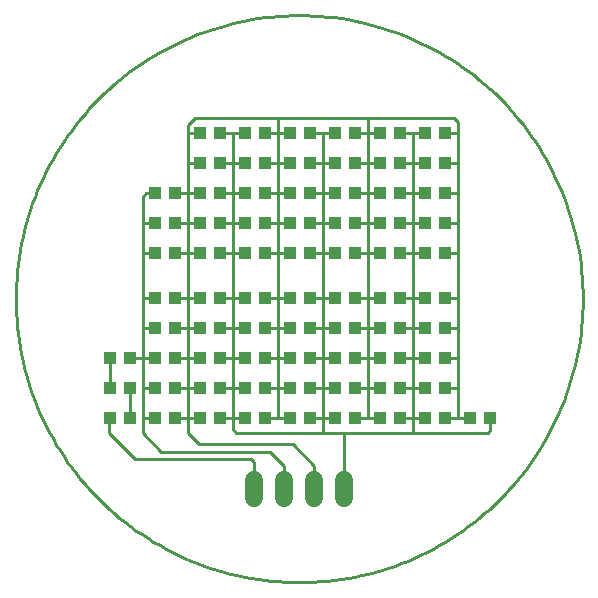
<source format=gtl>
G75*
%MOIN*%
%OFA0B0*%
%FSLAX25Y25*%
%IPPOS*%
%LPD*%
%AMOC8*
5,1,8,0,0,1.08239X$1,22.5*
%
%ADD10C,0.01000*%
%ADD11C,0.06000*%
%ADD12R,0.03937X0.04331*%
D10*
X0045250Y0046500D02*
X0036500Y0055250D01*
X0036500Y0059846D01*
X0036904Y0060250D01*
X0043596Y0060250D02*
X0043596Y0070250D01*
X0047750Y0070250D02*
X0051904Y0070250D01*
X0047750Y0070250D02*
X0047750Y0080250D01*
X0043596Y0080250D01*
X0047750Y0080250D02*
X0051904Y0080250D01*
X0047750Y0080250D02*
X0047750Y0090250D01*
X0051904Y0090250D01*
X0047750Y0090250D02*
X0047750Y0100250D01*
X0051904Y0100250D01*
X0047750Y0100250D02*
X0047750Y0115250D01*
X0051904Y0115250D01*
X0047750Y0115250D02*
X0047750Y0125250D01*
X0051904Y0125250D01*
X0047750Y0125250D02*
X0047750Y0134000D01*
X0049000Y0135250D01*
X0051904Y0135250D01*
X0058596Y0135250D02*
X0062750Y0135250D01*
X0066904Y0135250D01*
X0062750Y0135250D02*
X0062750Y0145250D01*
X0066904Y0145250D01*
X0062750Y0145250D02*
X0062750Y0155250D01*
X0066904Y0155250D01*
X0062750Y0155250D02*
X0062750Y0157750D01*
X0065250Y0160250D01*
X0092750Y0160250D01*
X0122750Y0160250D01*
X0151500Y0160250D01*
X0152750Y0159000D01*
X0152750Y0155250D01*
X0152750Y0145250D01*
X0148596Y0145250D01*
X0152750Y0145250D02*
X0152750Y0135250D01*
X0148596Y0135250D01*
X0152750Y0135250D02*
X0152750Y0125250D01*
X0148596Y0125250D01*
X0152750Y0125250D02*
X0152750Y0115250D01*
X0148596Y0115250D01*
X0152750Y0115250D02*
X0152750Y0100250D01*
X0148596Y0100250D01*
X0152750Y0100250D02*
X0152750Y0090250D01*
X0148596Y0090250D01*
X0152750Y0090250D02*
X0152750Y0080250D01*
X0148596Y0080250D01*
X0152750Y0080250D02*
X0152750Y0070250D01*
X0148596Y0070250D01*
X0152750Y0070250D02*
X0152750Y0060250D01*
X0148596Y0060250D01*
X0152750Y0060250D02*
X0156904Y0060250D01*
X0163596Y0060250D02*
X0163596Y0056096D01*
X0162750Y0055250D01*
X0137750Y0055250D01*
X0137750Y0060250D01*
X0141904Y0060250D01*
X0137750Y0060250D02*
X0137750Y0070250D01*
X0141904Y0070250D01*
X0137750Y0070250D02*
X0133596Y0070250D01*
X0137750Y0070250D02*
X0137750Y0080250D01*
X0141904Y0080250D01*
X0137750Y0080250D02*
X0133596Y0080250D01*
X0137750Y0080250D02*
X0137750Y0090250D01*
X0141904Y0090250D01*
X0137750Y0090250D02*
X0133596Y0090250D01*
X0137750Y0090250D02*
X0137750Y0100250D01*
X0141904Y0100250D01*
X0137750Y0100250D02*
X0133596Y0100250D01*
X0137750Y0100250D02*
X0137750Y0115250D01*
X0141904Y0115250D01*
X0137750Y0115250D02*
X0133596Y0115250D01*
X0137750Y0115250D02*
X0137750Y0125250D01*
X0141904Y0125250D01*
X0137750Y0125250D02*
X0133596Y0125250D01*
X0137750Y0125250D02*
X0137750Y0135250D01*
X0141904Y0135250D01*
X0137750Y0135250D02*
X0133596Y0135250D01*
X0137750Y0135250D02*
X0137750Y0145250D01*
X0141904Y0145250D01*
X0137750Y0145250D02*
X0133596Y0145250D01*
X0137750Y0145250D02*
X0137750Y0155250D01*
X0141904Y0155250D01*
X0137750Y0155250D02*
X0133596Y0155250D01*
X0126904Y0155250D02*
X0122750Y0155250D01*
X0122750Y0145250D01*
X0126904Y0145250D01*
X0122750Y0145250D02*
X0118596Y0145250D01*
X0122750Y0145250D02*
X0122750Y0135250D01*
X0126904Y0135250D01*
X0122750Y0135250D02*
X0118596Y0135250D01*
X0122750Y0135250D02*
X0122750Y0125250D01*
X0126904Y0125250D01*
X0122750Y0125250D02*
X0118596Y0125250D01*
X0122750Y0125250D02*
X0122750Y0115250D01*
X0126904Y0115250D01*
X0122750Y0115250D02*
X0118596Y0115250D01*
X0122750Y0115250D02*
X0122750Y0100250D01*
X0126904Y0100250D01*
X0122750Y0100250D02*
X0118596Y0100250D01*
X0122750Y0100250D02*
X0122750Y0090250D01*
X0126904Y0090250D01*
X0122750Y0090250D02*
X0118596Y0090250D01*
X0122750Y0090250D02*
X0122750Y0080250D01*
X0126904Y0080250D01*
X0122750Y0080250D02*
X0118596Y0080250D01*
X0122750Y0080250D02*
X0122750Y0070250D01*
X0126904Y0070250D01*
X0122750Y0070250D02*
X0118596Y0070250D01*
X0122750Y0070250D02*
X0122750Y0060250D01*
X0126904Y0060250D01*
X0122750Y0060250D02*
X0118596Y0060250D01*
X0115250Y0055250D02*
X0114925Y0054925D01*
X0114925Y0036500D01*
X0104925Y0036500D02*
X0104925Y0044325D01*
X0097750Y0051500D01*
X0066500Y0051500D01*
X0062750Y0055250D01*
X0062750Y0060250D01*
X0066904Y0060250D01*
X0062750Y0060250D02*
X0058596Y0060250D01*
X0062750Y0060250D02*
X0062750Y0070250D01*
X0066904Y0070250D01*
X0062750Y0070250D02*
X0058596Y0070250D01*
X0062750Y0070250D02*
X0062750Y0080250D01*
X0066904Y0080250D01*
X0062750Y0080250D02*
X0058596Y0080250D01*
X0062750Y0080250D02*
X0062750Y0090250D01*
X0066904Y0090250D01*
X0062750Y0090250D02*
X0058596Y0090250D01*
X0062750Y0090250D02*
X0062750Y0100250D01*
X0066904Y0100250D01*
X0062750Y0100250D02*
X0058596Y0100250D01*
X0062750Y0100250D02*
X0062750Y0115250D01*
X0066904Y0115250D01*
X0062750Y0115250D02*
X0058596Y0115250D01*
X0062750Y0115250D02*
X0062750Y0125250D01*
X0066904Y0125250D01*
X0062750Y0125250D02*
X0058596Y0125250D01*
X0062750Y0125250D02*
X0062750Y0135250D01*
X0073596Y0135250D02*
X0077750Y0135250D01*
X0081904Y0135250D01*
X0077750Y0135250D02*
X0077750Y0125250D01*
X0081904Y0125250D01*
X0077750Y0125250D02*
X0073596Y0125250D01*
X0077750Y0125250D02*
X0077750Y0115250D01*
X0081904Y0115250D01*
X0077750Y0115250D02*
X0073596Y0115250D01*
X0077750Y0115250D02*
X0077750Y0100250D01*
X0081904Y0100250D01*
X0077750Y0100250D02*
X0073596Y0100250D01*
X0077750Y0100250D02*
X0077750Y0090250D01*
X0073596Y0090250D01*
X0077750Y0090250D02*
X0081904Y0090250D01*
X0077750Y0090250D02*
X0077750Y0080250D01*
X0081904Y0080250D01*
X0077750Y0080250D02*
X0073596Y0080250D01*
X0077750Y0080250D02*
X0077750Y0070250D01*
X0073596Y0070250D01*
X0077750Y0070250D02*
X0081904Y0070250D01*
X0077750Y0070250D02*
X0077750Y0060250D01*
X0077750Y0056500D01*
X0079000Y0055250D01*
X0107750Y0055250D01*
X0107750Y0060250D01*
X0111904Y0060250D01*
X0107750Y0060250D02*
X0103596Y0060250D01*
X0107750Y0060250D02*
X0107750Y0070250D01*
X0111904Y0070250D01*
X0107750Y0070250D02*
X0103596Y0070250D01*
X0107750Y0070250D02*
X0107750Y0080250D01*
X0111904Y0080250D01*
X0107750Y0080250D02*
X0103596Y0080250D01*
X0107750Y0080250D02*
X0107750Y0090250D01*
X0111904Y0090250D01*
X0107750Y0090250D02*
X0103596Y0090250D01*
X0107750Y0090250D02*
X0107750Y0100250D01*
X0111904Y0100250D01*
X0107750Y0100250D02*
X0103596Y0100250D01*
X0005437Y0099925D02*
X0005465Y0102244D01*
X0005551Y0104561D01*
X0005693Y0106876D01*
X0005892Y0109186D01*
X0006148Y0111491D01*
X0006460Y0113789D01*
X0006828Y0116079D01*
X0007253Y0118359D01*
X0007733Y0120627D01*
X0008269Y0122884D01*
X0008860Y0125126D01*
X0009506Y0127353D01*
X0010206Y0129564D01*
X0010960Y0131757D01*
X0011768Y0133931D01*
X0012629Y0136084D01*
X0013543Y0138215D01*
X0014509Y0140324D01*
X0015526Y0142408D01*
X0016594Y0144466D01*
X0017712Y0146498D01*
X0018880Y0148502D01*
X0020096Y0150476D01*
X0021361Y0152420D01*
X0022673Y0154332D01*
X0024032Y0156211D01*
X0025436Y0158057D01*
X0026885Y0159868D01*
X0028378Y0161642D01*
X0029914Y0163379D01*
X0031492Y0165078D01*
X0033112Y0166738D01*
X0034772Y0168358D01*
X0036471Y0169936D01*
X0038208Y0171472D01*
X0039982Y0172965D01*
X0041793Y0174414D01*
X0043639Y0175818D01*
X0045518Y0177177D01*
X0047430Y0178489D01*
X0049374Y0179754D01*
X0051348Y0180970D01*
X0053352Y0182138D01*
X0055384Y0183256D01*
X0057442Y0184324D01*
X0059526Y0185341D01*
X0061635Y0186307D01*
X0063766Y0187221D01*
X0065919Y0188082D01*
X0068093Y0188890D01*
X0070286Y0189644D01*
X0072497Y0190344D01*
X0074724Y0190990D01*
X0076966Y0191581D01*
X0079223Y0192117D01*
X0081491Y0192597D01*
X0083771Y0193022D01*
X0086061Y0193390D01*
X0088359Y0193702D01*
X0090664Y0193958D01*
X0092974Y0194157D01*
X0095289Y0194299D01*
X0097606Y0194385D01*
X0099925Y0194413D01*
X0102244Y0194385D01*
X0104561Y0194299D01*
X0106876Y0194157D01*
X0109186Y0193958D01*
X0111491Y0193702D01*
X0113789Y0193390D01*
X0116079Y0193022D01*
X0118359Y0192597D01*
X0120627Y0192117D01*
X0122884Y0191581D01*
X0125126Y0190990D01*
X0127353Y0190344D01*
X0129564Y0189644D01*
X0131757Y0188890D01*
X0133931Y0188082D01*
X0136084Y0187221D01*
X0138215Y0186307D01*
X0140324Y0185341D01*
X0142408Y0184324D01*
X0144466Y0183256D01*
X0146498Y0182138D01*
X0148502Y0180970D01*
X0150476Y0179754D01*
X0152420Y0178489D01*
X0154332Y0177177D01*
X0156211Y0175818D01*
X0158057Y0174414D01*
X0159868Y0172965D01*
X0161642Y0171472D01*
X0163379Y0169936D01*
X0165078Y0168358D01*
X0166738Y0166738D01*
X0168358Y0165078D01*
X0169936Y0163379D01*
X0171472Y0161642D01*
X0172965Y0159868D01*
X0174414Y0158057D01*
X0175818Y0156211D01*
X0177177Y0154332D01*
X0178489Y0152420D01*
X0179754Y0150476D01*
X0180970Y0148502D01*
X0182138Y0146498D01*
X0183256Y0144466D01*
X0184324Y0142408D01*
X0185341Y0140324D01*
X0186307Y0138215D01*
X0187221Y0136084D01*
X0188082Y0133931D01*
X0188890Y0131757D01*
X0189644Y0129564D01*
X0190344Y0127353D01*
X0190990Y0125126D01*
X0191581Y0122884D01*
X0192117Y0120627D01*
X0192597Y0118359D01*
X0193022Y0116079D01*
X0193390Y0113789D01*
X0193702Y0111491D01*
X0193958Y0109186D01*
X0194157Y0106876D01*
X0194299Y0104561D01*
X0194385Y0102244D01*
X0194413Y0099925D01*
X0194385Y0097606D01*
X0194299Y0095289D01*
X0194157Y0092974D01*
X0193958Y0090664D01*
X0193702Y0088359D01*
X0193390Y0086061D01*
X0193022Y0083771D01*
X0192597Y0081491D01*
X0192117Y0079223D01*
X0191581Y0076966D01*
X0190990Y0074724D01*
X0190344Y0072497D01*
X0189644Y0070286D01*
X0188890Y0068093D01*
X0188082Y0065919D01*
X0187221Y0063766D01*
X0186307Y0061635D01*
X0185341Y0059526D01*
X0184324Y0057442D01*
X0183256Y0055384D01*
X0182138Y0053352D01*
X0180970Y0051348D01*
X0179754Y0049374D01*
X0178489Y0047430D01*
X0177177Y0045518D01*
X0175818Y0043639D01*
X0174414Y0041793D01*
X0172965Y0039982D01*
X0171472Y0038208D01*
X0169936Y0036471D01*
X0168358Y0034772D01*
X0166738Y0033112D01*
X0165078Y0031492D01*
X0163379Y0029914D01*
X0161642Y0028378D01*
X0159868Y0026885D01*
X0158057Y0025436D01*
X0156211Y0024032D01*
X0154332Y0022673D01*
X0152420Y0021361D01*
X0150476Y0020096D01*
X0148502Y0018880D01*
X0146498Y0017712D01*
X0144466Y0016594D01*
X0142408Y0015526D01*
X0140324Y0014509D01*
X0138215Y0013543D01*
X0136084Y0012629D01*
X0133931Y0011768D01*
X0131757Y0010960D01*
X0129564Y0010206D01*
X0127353Y0009506D01*
X0125126Y0008860D01*
X0122884Y0008269D01*
X0120627Y0007733D01*
X0118359Y0007253D01*
X0116079Y0006828D01*
X0113789Y0006460D01*
X0111491Y0006148D01*
X0109186Y0005892D01*
X0106876Y0005693D01*
X0104561Y0005551D01*
X0102244Y0005465D01*
X0099925Y0005437D01*
X0097606Y0005465D01*
X0095289Y0005551D01*
X0092974Y0005693D01*
X0090664Y0005892D01*
X0088359Y0006148D01*
X0086061Y0006460D01*
X0083771Y0006828D01*
X0081491Y0007253D01*
X0079223Y0007733D01*
X0076966Y0008269D01*
X0074724Y0008860D01*
X0072497Y0009506D01*
X0070286Y0010206D01*
X0068093Y0010960D01*
X0065919Y0011768D01*
X0063766Y0012629D01*
X0061635Y0013543D01*
X0059526Y0014509D01*
X0057442Y0015526D01*
X0055384Y0016594D01*
X0053352Y0017712D01*
X0051348Y0018880D01*
X0049374Y0020096D01*
X0047430Y0021361D01*
X0045518Y0022673D01*
X0043639Y0024032D01*
X0041793Y0025436D01*
X0039982Y0026885D01*
X0038208Y0028378D01*
X0036471Y0029914D01*
X0034772Y0031492D01*
X0033112Y0033112D01*
X0031492Y0034772D01*
X0029914Y0036471D01*
X0028378Y0038208D01*
X0026885Y0039982D01*
X0025436Y0041793D01*
X0024032Y0043639D01*
X0022673Y0045518D01*
X0021361Y0047430D01*
X0020096Y0049374D01*
X0018880Y0051348D01*
X0017712Y0053352D01*
X0016594Y0055384D01*
X0015526Y0057442D01*
X0014509Y0059526D01*
X0013543Y0061635D01*
X0012629Y0063766D01*
X0011768Y0065919D01*
X0010960Y0068093D01*
X0010206Y0070286D01*
X0009506Y0072497D01*
X0008860Y0074724D01*
X0008269Y0076966D01*
X0007733Y0079223D01*
X0007253Y0081491D01*
X0006828Y0083771D01*
X0006460Y0086061D01*
X0006148Y0088359D01*
X0005892Y0090664D01*
X0005693Y0092974D01*
X0005551Y0095289D01*
X0005465Y0097606D01*
X0005437Y0099925D01*
X0036904Y0080250D02*
X0036904Y0070250D01*
X0047750Y0070250D02*
X0047750Y0060250D01*
X0051904Y0060250D01*
X0047750Y0060250D02*
X0047750Y0055250D01*
X0054000Y0049000D01*
X0090250Y0049000D01*
X0094925Y0044325D01*
X0094925Y0036500D01*
X0084925Y0036500D02*
X0084925Y0045575D01*
X0084000Y0046500D01*
X0045250Y0046500D01*
X0073596Y0060250D02*
X0077750Y0060250D01*
X0081904Y0060250D01*
X0088596Y0060250D02*
X0092750Y0060250D01*
X0096904Y0060250D01*
X0092750Y0060250D02*
X0092750Y0070250D01*
X0096904Y0070250D01*
X0092750Y0070250D02*
X0088596Y0070250D01*
X0092750Y0070250D02*
X0092750Y0080250D01*
X0096904Y0080250D01*
X0092750Y0080250D02*
X0088596Y0080250D01*
X0092750Y0080250D02*
X0092750Y0090250D01*
X0088596Y0090250D01*
X0092750Y0090250D02*
X0096904Y0090250D01*
X0092750Y0090250D02*
X0092750Y0100250D01*
X0096904Y0100250D01*
X0092750Y0100250D02*
X0088596Y0100250D01*
X0092750Y0100250D02*
X0092750Y0115250D01*
X0088596Y0115250D01*
X0092750Y0115250D02*
X0096904Y0115250D01*
X0092750Y0115250D02*
X0092750Y0125250D01*
X0096904Y0125250D01*
X0092750Y0125250D02*
X0088596Y0125250D01*
X0092750Y0125250D02*
X0092750Y0135250D01*
X0088596Y0135250D01*
X0092750Y0135250D02*
X0096904Y0135250D01*
X0092750Y0135250D02*
X0092750Y0145250D01*
X0096904Y0145250D01*
X0092750Y0145250D02*
X0088596Y0145250D01*
X0092750Y0145250D02*
X0092750Y0155250D01*
X0088596Y0155250D01*
X0092750Y0155250D02*
X0092750Y0160250D01*
X0092750Y0155250D02*
X0096904Y0155250D01*
X0102750Y0155250D02*
X0103596Y0155250D01*
X0107750Y0155250D01*
X0111904Y0155250D01*
X0107750Y0155250D02*
X0107750Y0145250D01*
X0111904Y0145250D01*
X0107750Y0145250D02*
X0103596Y0145250D01*
X0107750Y0145250D02*
X0107750Y0135250D01*
X0111904Y0135250D01*
X0107750Y0135250D02*
X0103596Y0135250D01*
X0107750Y0135250D02*
X0107750Y0125250D01*
X0111904Y0125250D01*
X0107750Y0125250D02*
X0103596Y0125250D01*
X0107750Y0125250D02*
X0107750Y0115250D01*
X0111904Y0115250D01*
X0107750Y0115250D02*
X0103596Y0115250D01*
X0107750Y0115250D02*
X0107750Y0100250D01*
X0077750Y0135250D02*
X0077750Y0145250D01*
X0081904Y0145250D01*
X0077750Y0145250D02*
X0073596Y0145250D01*
X0077750Y0145250D02*
X0077750Y0155250D01*
X0073596Y0155250D01*
X0077750Y0155250D02*
X0081904Y0155250D01*
X0118596Y0155250D02*
X0122750Y0155250D01*
X0122750Y0160250D01*
X0148596Y0155250D02*
X0152750Y0155250D01*
X0137750Y0060250D02*
X0133596Y0060250D01*
X0137750Y0055250D02*
X0115250Y0055250D01*
X0107750Y0055250D01*
D11*
X0104925Y0039500D02*
X0104925Y0033500D01*
X0094925Y0033500D02*
X0094925Y0039500D01*
X0084925Y0039500D02*
X0084925Y0033500D01*
X0114925Y0033500D02*
X0114925Y0039500D01*
D12*
X0111904Y0060250D03*
X0118596Y0060250D03*
X0126904Y0060250D03*
X0133596Y0060250D03*
X0141904Y0060250D03*
X0148596Y0060250D03*
X0156904Y0060250D03*
X0163596Y0060250D03*
X0148596Y0070250D03*
X0141904Y0070250D03*
X0133596Y0070250D03*
X0126904Y0070250D03*
X0118596Y0070250D03*
X0111904Y0070250D03*
X0103596Y0070250D03*
X0096904Y0070250D03*
X0088596Y0070250D03*
X0081904Y0070250D03*
X0073596Y0070250D03*
X0066904Y0070250D03*
X0058596Y0070250D03*
X0051904Y0070250D03*
X0043596Y0070250D03*
X0036904Y0070250D03*
X0036904Y0060250D03*
X0043596Y0060250D03*
X0051904Y0060250D03*
X0058596Y0060250D03*
X0066904Y0060250D03*
X0073596Y0060250D03*
X0081904Y0060250D03*
X0088596Y0060250D03*
X0096904Y0060250D03*
X0103596Y0060250D03*
X0103596Y0080250D03*
X0096904Y0080250D03*
X0088596Y0080250D03*
X0081904Y0080250D03*
X0073596Y0080250D03*
X0066904Y0080250D03*
X0058596Y0080250D03*
X0051904Y0080250D03*
X0043596Y0080250D03*
X0036904Y0080250D03*
X0051904Y0090250D03*
X0058596Y0090250D03*
X0066904Y0090250D03*
X0073596Y0090250D03*
X0081904Y0090250D03*
X0088596Y0090250D03*
X0096904Y0090250D03*
X0103596Y0090250D03*
X0111904Y0090250D03*
X0118596Y0090250D03*
X0126904Y0090250D03*
X0133596Y0090250D03*
X0141904Y0090250D03*
X0148596Y0090250D03*
X0148596Y0080250D03*
X0141904Y0080250D03*
X0133596Y0080250D03*
X0126904Y0080250D03*
X0118596Y0080250D03*
X0111904Y0080250D03*
X0111904Y0100250D03*
X0118596Y0100250D03*
X0126904Y0100250D03*
X0133596Y0100250D03*
X0141904Y0100250D03*
X0148596Y0100250D03*
X0148596Y0115250D03*
X0141904Y0115250D03*
X0133596Y0115250D03*
X0126904Y0115250D03*
X0118596Y0115250D03*
X0111904Y0115250D03*
X0103596Y0115250D03*
X0096904Y0115250D03*
X0088596Y0115250D03*
X0081904Y0115250D03*
X0073596Y0115250D03*
X0066904Y0115250D03*
X0058596Y0115250D03*
X0051904Y0115250D03*
X0051904Y0125250D03*
X0058596Y0125250D03*
X0066904Y0125250D03*
X0073596Y0125250D03*
X0081904Y0125250D03*
X0088596Y0125250D03*
X0096904Y0125250D03*
X0103596Y0125250D03*
X0111904Y0125250D03*
X0118596Y0125250D03*
X0126904Y0125250D03*
X0133596Y0125250D03*
X0141904Y0125250D03*
X0148596Y0125250D03*
X0148596Y0135250D03*
X0141904Y0135250D03*
X0133596Y0135250D03*
X0126904Y0135250D03*
X0118596Y0135250D03*
X0111904Y0135250D03*
X0103596Y0135250D03*
X0096904Y0135250D03*
X0088596Y0135250D03*
X0081904Y0135250D03*
X0073596Y0135250D03*
X0066904Y0135250D03*
X0058596Y0135250D03*
X0051904Y0135250D03*
X0066904Y0145250D03*
X0073596Y0145250D03*
X0081904Y0145250D03*
X0088596Y0145250D03*
X0096904Y0145250D03*
X0103596Y0145250D03*
X0111904Y0145250D03*
X0118596Y0145250D03*
X0126904Y0145250D03*
X0133596Y0145250D03*
X0141904Y0145250D03*
X0148596Y0145250D03*
X0148596Y0155250D03*
X0141904Y0155250D03*
X0133596Y0155250D03*
X0126904Y0155250D03*
X0118596Y0155250D03*
X0111904Y0155250D03*
X0103596Y0155250D03*
X0096904Y0155250D03*
X0088596Y0155250D03*
X0081904Y0155250D03*
X0073596Y0155250D03*
X0066904Y0155250D03*
X0066904Y0100250D03*
X0073596Y0100250D03*
X0081904Y0100250D03*
X0088596Y0100250D03*
X0096904Y0100250D03*
X0103596Y0100250D03*
X0058596Y0100250D03*
X0051904Y0100250D03*
M02*

</source>
